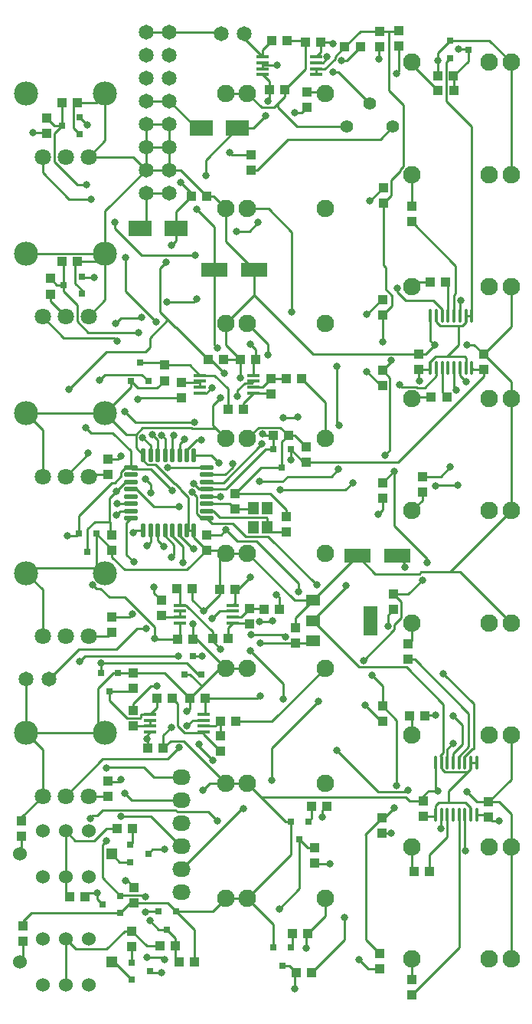
<source format=gtl>
G04 #@! TF.GenerationSoftware,KiCad,Pcbnew,(6.0.5-0)*
G04 #@! TF.CreationDate,2022-05-16T13:08:36-07:00*
G04 #@! TF.ProjectId,SCMplus,53434d70-6c75-4732-9e6b-696361645f70,rev?*
G04 #@! TF.SameCoordinates,PX85b6780PY82ed558*
G04 #@! TF.FileFunction,Copper,L1,Top*
G04 #@! TF.FilePolarity,Positive*
%FSLAX46Y46*%
G04 Gerber Fmt 4.6, Leading zero omitted, Abs format (unit mm)*
G04 Created by KiCad (PCBNEW (6.0.5-0)) date 2022-05-16 13:08:36*
%MOMM*%
%LPD*%
G01*
G04 APERTURE LIST*
G04 Aperture macros list*
%AMRoundRect*
0 Rectangle with rounded corners*
0 $1 Rounding radius*
0 $2 $3 $4 $5 $6 $7 $8 $9 X,Y pos of 4 corners*
0 Add a 4 corners polygon primitive as box body*
4,1,4,$2,$3,$4,$5,$6,$7,$8,$9,$2,$3,0*
0 Add four circle primitives for the rounded corners*
1,1,$1+$1,$2,$3*
1,1,$1+$1,$4,$5*
1,1,$1+$1,$6,$7*
1,1,$1+$1,$8,$9*
0 Add four rect primitives between the rounded corners*
20,1,$1+$1,$2,$3,$4,$5,0*
20,1,$1+$1,$4,$5,$6,$7,0*
20,1,$1+$1,$6,$7,$8,$9,0*
20,1,$1+$1,$8,$9,$2,$3,0*%
G04 Aperture macros list end*
G04 #@! TA.AperFunction,SMDPad,CuDef*
%ADD10R,1.500000X1.200000*%
G04 #@! TD*
G04 #@! TA.AperFunction,SMDPad,CuDef*
%ADD11R,1.500000X3.300000*%
G04 #@! TD*
G04 #@! TA.AperFunction,SMDPad,CuDef*
%ADD12R,1.000000X1.000000*%
G04 #@! TD*
G04 #@! TA.AperFunction,ComponentPad*
%ADD13C,1.651000*%
G04 #@! TD*
G04 #@! TA.AperFunction,SMDPad,CuDef*
%ADD14R,1.150000X1.400000*%
G04 #@! TD*
G04 #@! TA.AperFunction,SMDPad,CuDef*
%ADD15R,1.450000X0.450000*%
G04 #@! TD*
G04 #@! TA.AperFunction,SMDPad,CuDef*
%ADD16R,0.800100X0.800100*%
G04 #@! TD*
G04 #@! TA.AperFunction,SMDPad,CuDef*
%ADD17R,2.499360X1.800860*%
G04 #@! TD*
G04 #@! TA.AperFunction,SMDPad,CuDef*
%ADD18RoundRect,0.100000X-0.100000X0.637500X-0.100000X-0.637500X0.100000X-0.637500X0.100000X0.637500X0*%
G04 #@! TD*
G04 #@! TA.AperFunction,SMDPad,CuDef*
%ADD19R,3.000000X1.600000*%
G04 #@! TD*
G04 #@! TA.AperFunction,ComponentPad*
%ADD20C,1.397000*%
G04 #@! TD*
G04 #@! TA.AperFunction,ComponentPad*
%ADD21O,2.032000X1.727200*%
G04 #@! TD*
G04 #@! TA.AperFunction,SMDPad,CuDef*
%ADD22RoundRect,0.125000X0.625000X0.125000X-0.625000X0.125000X-0.625000X-0.125000X0.625000X-0.125000X0*%
G04 #@! TD*
G04 #@! TA.AperFunction,SMDPad,CuDef*
%ADD23RoundRect,0.125000X0.125000X0.625000X-0.125000X0.625000X-0.125000X-0.625000X0.125000X-0.625000X0*%
G04 #@! TD*
G04 #@! TA.AperFunction,ComponentPad*
%ADD24C,1.930400*%
G04 #@! TD*
G04 #@! TA.AperFunction,ComponentPad*
%ADD25C,1.524000*%
G04 #@! TD*
G04 #@! TA.AperFunction,ComponentPad*
%ADD26R,1.270000X1.270000*%
G04 #@! TD*
G04 #@! TA.AperFunction,ComponentPad*
%ADD27C,1.803400*%
G04 #@! TD*
G04 #@! TA.AperFunction,ComponentPad*
%ADD28C,2.667000*%
G04 #@! TD*
G04 #@! TA.AperFunction,ViaPad*
%ADD29C,0.800000*%
G04 #@! TD*
G04 #@! TA.AperFunction,Conductor*
%ADD30C,0.250000*%
G04 #@! TD*
G04 APERTURE END LIST*
D10*
X-86238000Y55207000D03*
X-86238000Y52907000D03*
D11*
X-79838000Y52907000D03*
D10*
X-86238000Y50707000D03*
D12*
X-78538000Y80597000D03*
X-78538000Y78897000D03*
X-86980840Y70448960D03*
X-86980840Y72148960D03*
X-97998000Y62437000D03*
X-97998000Y60737000D03*
D13*
X-115457448Y46501280D03*
X-117997448Y46501280D03*
X-104658000Y117977000D03*
X-102118000Y117977000D03*
X-104658000Y115437000D03*
X-102118000Y115437000D03*
X-104658000Y112897000D03*
X-102118000Y112897000D03*
X-104658000Y110357000D03*
X-102118000Y110357000D03*
X-104658000Y107817000D03*
X-102118000Y107817000D03*
X-104658000Y105277000D03*
X-102118000Y105277000D03*
X-104658000Y102737000D03*
X-102118000Y102737000D03*
X-104658000Y100197000D03*
X-102118000Y100197000D03*
D12*
X-74038000Y31307000D03*
X-74038000Y33007000D03*
D14*
X-92803536Y65385352D03*
X-91303536Y63285352D03*
X-92803536Y63285352D03*
X-91303536Y65385352D03*
D12*
X-71538000Y90377000D03*
X-73238000Y90377000D03*
D15*
X-98358000Y40642000D03*
X-98358000Y41292000D03*
X-98358000Y41942000D03*
X-98358000Y42592000D03*
X-104258000Y42592000D03*
X-104258000Y41942000D03*
X-104258000Y41292000D03*
X-104258000Y40642000D03*
D12*
X-75328000Y11587000D03*
X-75328000Y13287000D03*
X-115298000Y89037000D03*
X-115298000Y90737000D03*
X-93098000Y104407000D03*
X-93098000Y102707000D03*
X-89216864Y62776184D03*
X-89216864Y64476184D03*
X-101418000Y16997000D03*
X-103118000Y16997000D03*
X-103018000Y53517000D03*
X-103018000Y55217000D03*
X-73838000Y42437000D03*
X-75538000Y42437000D03*
X-108518000Y51627000D03*
X-108518000Y53327000D03*
D16*
X-111807240Y89067000D03*
X-111807240Y90967000D03*
X-113806220Y90017000D03*
D12*
X-95628000Y50967000D03*
X-97328000Y50967000D03*
D16*
X-88678000Y16827760D03*
X-90578000Y16827760D03*
X-89628000Y14828780D03*
D12*
X-78468000Y99087000D03*
X-78468000Y100787000D03*
D16*
X-86758000Y30757760D03*
X-88658000Y30757760D03*
X-87708000Y28758780D03*
X-101408000Y20847760D03*
X-103308000Y20847760D03*
X-102358000Y18848780D03*
D12*
X-106108000Y45437000D03*
X-106108000Y47137000D03*
D16*
X-88708000Y71857760D03*
X-90608000Y71857760D03*
X-89658000Y69858780D03*
D12*
X-75698000Y48657000D03*
X-75698000Y50357000D03*
D17*
X-105356980Y96267000D03*
X-101359020Y96267000D03*
D12*
X-78838000Y16187000D03*
X-78838000Y14487000D03*
X-96558000Y56427000D03*
X-94858000Y56427000D03*
X-93228000Y54267000D03*
X-93228000Y52567000D03*
X-99668000Y99817000D03*
X-97968000Y99817000D03*
X-85368000Y116887000D03*
X-87068000Y116887000D03*
X-78488000Y86727000D03*
X-78488000Y88427000D03*
X-88518000Y18377000D03*
X-86818000Y18377000D03*
X-113968000Y92667000D03*
X-112268000Y92667000D03*
X-96458000Y40197000D03*
X-96458000Y38497000D03*
X-111468000Y22457000D03*
X-113168000Y22457000D03*
X-86048000Y27837000D03*
X-86048000Y26137000D03*
D16*
X-107517240Y20667000D03*
X-107517240Y22567000D03*
X-109516220Y21617000D03*
D18*
X-68123000Y37269500D03*
X-68773000Y37269500D03*
X-69423000Y37269500D03*
X-70073000Y37269500D03*
X-70723000Y37269500D03*
X-71373000Y37269500D03*
X-72023000Y37269500D03*
X-72673000Y37269500D03*
X-72673000Y31544500D03*
X-72023000Y31544500D03*
X-71373000Y31544500D03*
X-70723000Y31544500D03*
X-70073000Y31544500D03*
X-69423000Y31544500D03*
X-68773000Y31544500D03*
X-68123000Y31544500D03*
D12*
X-66788000Y31247000D03*
X-66788000Y32947000D03*
X-74128000Y68867000D03*
X-74128000Y67167000D03*
X-90653288Y73415288D03*
X-88953288Y73415288D03*
X-94860744Y65296880D03*
X-94860744Y66996880D03*
X-99597000Y56494000D03*
X-101297000Y56494000D03*
X-113968000Y110197000D03*
X-112268000Y110197000D03*
X-74518000Y82377000D03*
X-74518000Y80677000D03*
X-100818000Y77597000D03*
X-100818000Y79297000D03*
X-95638000Y76327000D03*
X-93938000Y76327000D03*
D19*
X-76908000Y60097000D03*
X-81308000Y60097000D03*
D12*
X-89198000Y79667000D03*
X-87498000Y79667000D03*
X-82708000Y116327000D03*
X-81008000Y116327000D03*
D20*
X-82468000Y107537000D03*
X-79928000Y110077000D03*
X-77388000Y107537000D03*
D21*
X-100748000Y35687000D03*
X-100748000Y33147000D03*
X-100748000Y30607000D03*
X-100748000Y28067000D03*
X-100748000Y25527000D03*
X-100748000Y22987000D03*
D12*
X-106268000Y16977000D03*
X-106268000Y18677000D03*
X-86368000Y32467000D03*
X-84668000Y32467000D03*
X-67358000Y80687000D03*
X-67358000Y82387000D03*
X-86898000Y111327000D03*
X-86898000Y109627000D03*
X-106128000Y41297000D03*
X-106128000Y42997000D03*
D15*
X-85888000Y113262000D03*
X-85888000Y113912000D03*
X-85888000Y114562000D03*
X-85888000Y115212000D03*
X-91788000Y115212000D03*
X-91788000Y114562000D03*
X-91788000Y113912000D03*
X-91788000Y113262000D03*
D12*
X-76748000Y118157000D03*
X-76748000Y116457000D03*
X-88158000Y50457000D03*
X-88158000Y52157000D03*
D15*
X-95078000Y52702000D03*
X-95078000Y53352000D03*
X-95078000Y54002000D03*
X-95078000Y54652000D03*
X-100978000Y54652000D03*
X-100978000Y54002000D03*
X-100978000Y53352000D03*
X-100978000Y52702000D03*
D16*
X-112017240Y106657000D03*
X-112017240Y108557000D03*
X-114016220Y107607000D03*
D12*
X-77288000Y55867000D03*
X-77288000Y54167000D03*
X-78498000Y68207000D03*
X-78498000Y66507000D03*
D16*
X-106428760Y28167000D03*
X-106428760Y26267000D03*
X-104429780Y27217000D03*
D12*
X-101768000Y44337000D03*
X-103468000Y44337000D03*
X-73368000Y25237000D03*
X-75068000Y25237000D03*
X-118438000Y30827000D03*
X-118438000Y29127000D03*
X-90788000Y116987000D03*
X-89088000Y116987000D03*
X-96108000Y81817000D03*
X-97808000Y81817000D03*
X-78558000Y31187000D03*
X-78558000Y29487000D03*
D17*
X-94573060Y107344440D03*
X-98571020Y107344440D03*
D19*
X-97118000Y91667000D03*
X-92718000Y91667000D03*
D16*
X-105381000Y81420220D03*
X-104431000Y79421240D03*
X-106331000Y79421240D03*
D12*
X-98188000Y44367000D03*
X-99888000Y44367000D03*
X-115678000Y108487000D03*
X-115678000Y106787000D03*
X-78518000Y43527000D03*
X-78518000Y41827000D03*
X-118298000Y19227000D03*
X-118298000Y17527000D03*
X-104478000Y38877000D03*
X-102778000Y38877000D03*
X-108898000Y69067000D03*
X-108898000Y70767000D03*
X-105998000Y23467000D03*
X-105998000Y21767000D03*
D15*
X-98728978Y78087000D03*
X-98728978Y78737000D03*
X-98728978Y79387000D03*
X-98728978Y80037000D03*
X-92828978Y80037000D03*
X-92828978Y79387000D03*
X-92828978Y78737000D03*
X-92828978Y78087000D03*
D12*
X-90878978Y77972000D03*
X-90878978Y79672000D03*
X-102678000Y79470000D03*
X-102678000Y81170000D03*
D16*
X-71068760Y116997000D03*
X-71068760Y115097000D03*
X-69069780Y116047000D03*
D12*
X-94288978Y81802000D03*
X-92588978Y81802000D03*
X-88058000Y14047000D03*
X-86358000Y14047000D03*
X-71438000Y77677000D03*
X-73138000Y77677000D03*
D13*
X-93838000Y117787000D03*
X-96378000Y117787000D03*
D16*
X-110208000Y62577760D03*
X-112108000Y62577760D03*
X-111158000Y60578780D03*
D12*
X-94798000Y41827000D03*
X-96498000Y41827000D03*
D16*
X-107798000Y47147760D03*
X-109698000Y47147760D03*
X-108748000Y45148780D03*
D12*
X-72378000Y111517000D03*
X-70678000Y111517000D03*
X-75328000Y97007000D03*
X-75328000Y98707000D03*
X-108458000Y62447000D03*
X-108458000Y60747000D03*
X-101068000Y15227000D03*
X-99368000Y15227000D03*
X-89938000Y54237000D03*
X-91638000Y54237000D03*
D22*
X-98013000Y64267000D03*
X-98013000Y65067000D03*
X-98013000Y65867000D03*
X-98013000Y66667000D03*
X-98013000Y67467000D03*
X-98013000Y68267000D03*
X-98013000Y69067000D03*
X-98013000Y69867000D03*
D23*
X-99388000Y71242000D03*
X-100188000Y71242000D03*
X-100988000Y71242000D03*
X-101788000Y71242000D03*
X-102588000Y71242000D03*
X-103388000Y71242000D03*
X-104188000Y71242000D03*
X-104988000Y71242000D03*
D22*
X-106363000Y69867000D03*
X-106363000Y69067000D03*
X-106363000Y68267000D03*
X-106363000Y67467000D03*
X-106363000Y66667000D03*
X-106363000Y65867000D03*
X-106363000Y65067000D03*
X-106363000Y64267000D03*
D23*
X-104988000Y62892000D03*
X-104188000Y62892000D03*
X-103388000Y62892000D03*
X-102588000Y62892000D03*
X-101788000Y62892000D03*
X-100988000Y62892000D03*
X-100188000Y62892000D03*
X-99388000Y62892000D03*
D12*
X-106218000Y29957000D03*
X-107918000Y29957000D03*
X-101188000Y50927000D03*
X-99488000Y50927000D03*
X-70688000Y113157000D03*
X-72388000Y113157000D03*
D18*
X-68673000Y86619500D03*
X-69323000Y86619500D03*
X-69973000Y86619500D03*
X-70623000Y86619500D03*
X-71273000Y86619500D03*
X-71923000Y86619500D03*
X-72573000Y86619500D03*
X-73223000Y86619500D03*
X-73223000Y80894500D03*
X-72573000Y80894500D03*
X-71923000Y80894500D03*
X-71273000Y80894500D03*
X-70623000Y80894500D03*
X-69973000Y80894500D03*
X-69323000Y80894500D03*
X-68673000Y80894500D03*
D12*
X-91053752Y111567952D03*
X-89353752Y111567952D03*
D16*
X-100442000Y47007240D03*
X-98542000Y47007240D03*
X-99492000Y49006220D03*
D12*
X-78888000Y118047000D03*
X-78888000Y116347000D03*
D16*
X-106278760Y15187000D03*
X-106278760Y13287000D03*
X-104279780Y14237000D03*
D12*
X-108928000Y33527000D03*
X-108928000Y35227000D03*
D24*
X-75297000Y102236500D03*
X-64324200Y102236500D03*
X-66737200Y102236500D03*
D25*
X-111060200Y24614100D03*
X-113600200Y24614100D03*
X-116140200Y24614100D03*
X-111060200Y29694100D03*
X-113600200Y29694100D03*
X-116140200Y29694100D03*
D26*
X-108520200Y27154100D03*
D25*
X-118680200Y27154100D03*
D24*
X-84898200Y111177300D03*
X-95871000Y111177300D03*
X-93458000Y111177300D03*
X-84898200Y85777300D03*
X-95871000Y85777300D03*
X-93458000Y85777300D03*
D27*
X-111060363Y68859057D03*
X-113600363Y68859057D03*
X-116140363Y68859057D03*
D28*
X-109206163Y75869457D03*
X-117994563Y75869457D03*
D24*
X-75297000Y89854000D03*
X-64324200Y89854000D03*
X-66737200Y89854000D03*
X-75297000Y77471500D03*
X-64324200Y77471500D03*
X-66737200Y77471500D03*
D27*
X-111060363Y86512057D03*
X-113600363Y86512057D03*
X-116140363Y86512057D03*
D28*
X-109206163Y93522457D03*
X-117994563Y93522457D03*
D27*
X-111060363Y33553057D03*
X-113600363Y33553057D03*
X-116140363Y33553057D03*
D28*
X-109206163Y40563457D03*
X-117994563Y40563457D03*
D24*
X-75297000Y15559000D03*
X-64324200Y15559000D03*
X-66737200Y15559000D03*
X-84898200Y47677300D03*
X-95871000Y47677300D03*
X-93458000Y47677300D03*
X-84898200Y22277300D03*
X-95871000Y22277300D03*
X-93458000Y22277300D03*
D25*
X-111060200Y12676100D03*
X-113600200Y12676100D03*
X-116140200Y12676100D03*
X-111060200Y17756100D03*
X-113600200Y17756100D03*
X-116140200Y17756100D03*
D26*
X-108520200Y15216100D03*
D25*
X-118680200Y15216100D03*
D24*
X-75297000Y114619000D03*
X-64324200Y114619000D03*
X-66737200Y114619000D03*
X-84898200Y60377300D03*
X-95871000Y60377300D03*
X-93458000Y60377300D03*
X-75297000Y27941500D03*
X-64324200Y27941500D03*
X-66737200Y27941500D03*
X-75297000Y52706500D03*
X-64324200Y52706500D03*
X-66737200Y52706500D03*
X-84898200Y73077300D03*
X-95871000Y73077300D03*
X-93458000Y73077300D03*
X-84898200Y34977300D03*
X-95871000Y34977300D03*
X-93458000Y34977300D03*
D27*
X-111060363Y51206057D03*
X-113600363Y51206057D03*
X-116140363Y51206057D03*
D28*
X-109206163Y58216457D03*
X-117994563Y58216457D03*
D27*
X-111060363Y104165057D03*
X-113600363Y104165057D03*
X-116140363Y104165057D03*
D28*
X-109206163Y111175457D03*
X-117994563Y111175457D03*
D24*
X-75297000Y40324000D03*
X-64324200Y40324000D03*
X-66737200Y40324000D03*
X-75297000Y65089000D03*
X-64324200Y65089000D03*
X-66737200Y65089000D03*
X-84898200Y98477300D03*
X-95871000Y98477300D03*
X-93458000Y98477300D03*
D29*
X-96439000Y49802000D03*
X-98519000Y49058000D03*
X-109875000Y79520000D03*
X-105491000Y84730000D03*
X-74144000Y57415000D03*
X-73641000Y59398000D03*
X-72398000Y34117000D03*
X-98358000Y53987000D03*
X-101913896Y41136300D03*
X-94255173Y79732105D03*
X-96428000Y77577000D03*
X-98428000Y34227000D03*
X-72388000Y114837000D03*
X-69208000Y34077000D03*
X-72778000Y83367000D03*
X-69238000Y83447000D03*
X-99518000Y52607000D03*
X-100180655Y42939521D03*
X-99248000Y93327000D03*
X-108138000Y96957000D03*
X-110808000Y99467000D03*
X-90248000Y55827000D03*
X-105218000Y86457000D03*
X-108048000Y85767000D03*
X-102418000Y88177000D03*
X-99118000Y88517000D03*
X-107858000Y83817000D03*
X-102638000Y15537000D03*
X-104618000Y15787000D03*
X-89958000Y21127000D03*
X-110855839Y31122500D03*
X-96798000Y30797000D03*
X-85158000Y31217000D03*
X-88228000Y12327000D03*
X-86988000Y16757000D03*
X-107918000Y65877000D03*
X-70108000Y116097000D03*
X-106998000Y24197000D03*
X-104628000Y61237000D03*
X-110068000Y22847000D03*
X-102938000Y73457000D03*
X-111258000Y101127000D03*
X-106978151Y93037151D03*
X-103578000Y85917000D03*
X-104028000Y73517000D03*
X-102729489Y61166234D03*
X-104292500Y19837000D03*
X-105081309Y73205200D03*
X-105565000Y77416000D03*
X-108008000Y67217000D03*
X-88238000Y109037000D03*
X-104748000Y68577000D03*
X-102288000Y69867000D03*
X-103794969Y56627000D03*
X-104198000Y67057000D03*
X-103453989Y45722500D03*
X-96598000Y70367000D03*
X-93118000Y57787000D03*
X-92088000Y44657000D03*
X-93178000Y83467000D03*
X-84378000Y26047000D03*
X-88638000Y70667000D03*
X-96790701Y83059701D03*
X-82728000Y20187000D03*
X-92088000Y50437000D03*
X-102958000Y14037000D03*
X-65678000Y30837000D03*
X-98078000Y102117000D03*
X-91228000Y110347000D03*
X-99088000Y98397000D03*
X-102678000Y27687000D03*
X-91428000Y108707000D03*
X-101888000Y94397000D03*
X-110619087Y56897312D03*
X-113248000Y78507000D03*
X-95998000Y80237000D03*
X-100838000Y101347000D03*
X-102478000Y92537000D03*
X-103738389Y51017389D03*
X-84018000Y116647000D03*
X-97418000Y78677000D03*
X-104562000Y39875000D03*
X-109629496Y48312500D03*
X-95448000Y104627000D03*
X-111347000Y74248000D03*
X-111188000Y107707000D03*
X-109068000Y36687000D03*
X-104764085Y20718257D03*
X-110448000Y90827000D03*
X-74461378Y79421500D03*
X-101757039Y67345492D03*
X-85818000Y56867000D03*
X-109068000Y28637000D03*
X-104742011Y22487000D03*
X-82598000Y56857000D03*
X-113358000Y62307000D03*
X-99558000Y67131500D03*
X-76038000Y58847000D03*
X-92308000Y96917000D03*
X-94658000Y95947000D03*
X-69848000Y88337000D03*
X-100478000Y73017000D03*
X-77238000Y32297000D03*
X-80608000Y48557000D03*
X-78278000Y71247000D03*
X-79708000Y46917000D03*
X-77588000Y81697000D03*
X-78508000Y83717000D03*
X-77248000Y69417000D03*
X-76948000Y34747000D03*
X-95095399Y70274200D03*
X-83628000Y81027000D03*
X-76868000Y89667000D03*
X-83388000Y69667000D03*
X-83328000Y74557000D03*
X-92158000Y68337000D03*
X-91878000Y72467000D03*
X-89528000Y75407000D03*
X-87888000Y75487000D03*
X-76608000Y79007000D03*
X-83628000Y38597000D03*
X-89528000Y44317000D03*
X-75698000Y34197000D03*
X-93168000Y49647000D03*
X-100648000Y59357000D03*
X-72098000Y30017000D03*
X-70393677Y78428226D03*
X-71058000Y69907000D03*
X-97349846Y37543283D03*
X-101880300Y59934700D03*
X-98818000Y39337000D03*
X-69328000Y27497000D03*
X-70698000Y42397000D03*
X-72678000Y42527000D03*
X-84052347Y113547333D03*
X-84660299Y115219299D03*
X-90208000Y114327000D03*
X-107433500Y71102774D03*
X-91805299Y73564299D03*
X-91178000Y82307000D03*
X-99447597Y68124886D03*
X-88558000Y87007000D03*
X-106198000Y53667000D03*
X-107477510Y35387000D03*
X-81108000Y15487000D03*
X-77558000Y29497000D03*
X-80458000Y43587000D03*
X-77938000Y52327000D03*
X-78978000Y64727000D03*
X-80258000Y80437000D03*
X-80278000Y86767000D03*
X-79951000Y99299000D03*
X-78898000Y114987000D03*
X-76998000Y113357000D03*
X-83078000Y114817000D03*
X-101608000Y73377000D03*
X-93928000Y32167000D03*
X-96468000Y66637000D03*
X-85658000Y44077000D03*
X-87828000Y56187000D03*
X-95838102Y62961500D03*
X-90828000Y35347000D03*
X-70198000Y67917000D03*
X-81818000Y68177000D03*
X-98578000Y72897000D03*
X-69308000Y79337000D03*
X-89828000Y67377000D03*
X-72658000Y67857000D03*
X-89238000Y51167000D03*
X-101034000Y65514000D03*
X-93032774Y51366372D03*
X-71798000Y47087000D03*
X-70748000Y39387000D03*
X-99408000Y60857000D03*
X-92128498Y52817000D03*
X-90678000Y52917000D03*
X-107988000Y64637000D03*
X-107484843Y31322500D03*
X-106088000Y62667000D03*
X-104693990Y52110987D03*
X-107028000Y33857000D03*
X-106066913Y59480512D03*
X-100148000Y41327000D03*
X-101038000Y38927000D03*
X-117178000Y106847000D03*
X-94568000Y77747000D03*
X-111100000Y71428000D03*
X-107038000Y76037000D03*
X-99308000Y74877000D03*
X-112038000Y48467000D03*
X-97378000Y53207000D03*
X-101083000Y49037000D03*
D30*
X-113600363Y68859057D02*
X-111100000Y71359420D01*
X-111100000Y71359420D02*
X-111100000Y71428000D01*
X-104258000Y42592000D02*
X-105233000Y42592000D01*
X-105233000Y42592000D02*
X-105238000Y42587000D01*
X-105238000Y42587000D02*
X-105238000Y42237978D01*
X-105238000Y42237978D02*
X-105328978Y42147000D01*
X-105328978Y42147000D02*
X-106781000Y42147000D01*
X-106781000Y42147000D02*
X-108748000Y44114000D01*
X-108748000Y44114000D02*
X-108748000Y45148780D01*
X-104478000Y39791000D02*
X-104562000Y39875000D01*
X-104478000Y38877000D02*
X-104478000Y39791000D01*
X-105777283Y67467000D02*
X-103824283Y65514000D01*
X-103824283Y65514000D02*
X-101034000Y65514000D01*
X-106363000Y67467000D02*
X-105777283Y67467000D01*
X-111468000Y49037000D02*
X-101083000Y49037000D01*
X-98542000Y47007240D02*
X-98911301Y47007240D01*
X-112038000Y48467000D02*
X-111468000Y49037000D01*
X-98911301Y47007240D02*
X-100216561Y48312500D01*
X-100216561Y48312500D02*
X-109629496Y48312500D01*
X-99597000Y56494000D02*
X-99597000Y55226000D01*
X-99597000Y55226000D02*
X-98358000Y53987000D01*
X-100978000Y54652000D02*
X-100978000Y56175000D01*
X-100978000Y56175000D02*
X-101297000Y56494000D01*
X-97328000Y50691000D02*
X-96439000Y49802000D01*
X-97328000Y50967000D02*
X-97328000Y50691000D01*
X-98519000Y49058000D02*
X-99440220Y49058000D01*
X-99440220Y49058000D02*
X-99492000Y49006220D01*
X-96577700Y47677300D02*
X-98527500Y45727500D01*
X-98527500Y45727500D02*
X-99888000Y44367000D01*
X-99807240Y47007240D02*
X-98527500Y45727500D01*
X-100442000Y47007240D02*
X-99807240Y47007240D01*
X-115457448Y46501280D02*
X-112135728Y49823000D01*
X-112135728Y49823000D02*
X-107947500Y49823000D01*
X-107947500Y49823000D02*
X-105659513Y52110987D01*
X-105659513Y52110987D02*
X-104693990Y52110987D01*
X-109206163Y75869457D02*
X-106331000Y78744620D01*
X-106331000Y78744620D02*
X-106331000Y79421240D01*
X-106331000Y79421240D02*
X-105606439Y78696679D01*
X-105606439Y78696679D02*
X-103451321Y78696679D01*
X-103451321Y78696679D02*
X-102678000Y79470000D01*
X-104431000Y79421240D02*
X-105155561Y80145801D01*
X-105155561Y80145801D02*
X-109249199Y80145801D01*
X-109249199Y80145801D02*
X-109875000Y79520000D01*
X-110796000Y73697000D02*
X-111347000Y74248000D01*
X-106363000Y69867000D02*
X-106363000Y71682000D01*
X-106363000Y71682000D02*
X-108378000Y73697000D01*
X-108378000Y73697000D02*
X-110796000Y73697000D01*
X-117994563Y75869457D02*
X-109206163Y75869457D01*
X-105381000Y81420220D02*
X-102928220Y81420220D01*
X-102928220Y81420220D02*
X-102678000Y81170000D01*
X-99868978Y81177000D02*
X-99875978Y81170000D01*
X-99875978Y81170000D02*
X-102678000Y81170000D01*
X-99868978Y81177000D02*
X-98728978Y80037000D01*
X-106352918Y84787000D02*
X-105548000Y84787000D01*
X-105548000Y84787000D02*
X-105491000Y84730000D01*
X-113248000Y78507000D02*
X-109082801Y82672199D01*
X-109082801Y82672199D02*
X-104756801Y82672199D01*
X-104756801Y82672199D02*
X-104265000Y83164000D01*
X-104265000Y83164000D02*
X-104265000Y84180000D01*
X-104265000Y84180000D02*
X-102273000Y86172000D01*
X-102273000Y86172000D02*
X-102378000Y86277000D01*
X-100818000Y77597000D02*
X-105384000Y77597000D01*
X-105384000Y77597000D02*
X-105565000Y77416000D01*
X-64324200Y65089000D02*
X-64324200Y77471500D01*
X-79333499Y58122499D02*
X-74461101Y58122499D01*
X-81308000Y60097000D02*
X-79333499Y58122499D01*
X-77288000Y55867000D02*
X-75692000Y55867000D01*
X-74461101Y58122499D02*
X-74252040Y58331560D01*
X-73641000Y59779022D02*
X-77248000Y63386022D01*
X-74252040Y58331560D02*
X-71829992Y58331560D01*
X-75692000Y55867000D02*
X-74144000Y57415000D01*
X-73641000Y59398000D02*
X-73641000Y59779022D01*
X-77248000Y64623000D02*
X-77248000Y69417000D01*
X-77248000Y63386022D02*
X-77248000Y64623000D01*
X-93098000Y102707000D02*
X-92408000Y102707000D01*
X-92408000Y102707000D02*
X-88978000Y106137000D01*
X-88978000Y106137000D02*
X-78788000Y106137000D01*
X-78788000Y106137000D02*
X-77388000Y107537000D01*
X-77858000Y118047000D02*
X-77858000Y111527000D01*
X-77858000Y111527000D02*
X-76219000Y109888000D01*
X-76219000Y109888000D02*
X-76219000Y103138428D01*
X-76219000Y103138428D02*
X-76586711Y102770717D01*
X-76586711Y102770717D02*
X-76586711Y102597311D01*
X-76586711Y102597311D02*
X-77608000Y101576022D01*
X-77608000Y101576022D02*
X-77608000Y99947000D01*
X-77608000Y99947000D02*
X-78468000Y99087000D01*
X-79951000Y99304000D02*
X-79951000Y99299000D01*
X-78468000Y100787000D02*
X-79951000Y99304000D01*
X-101408000Y20847760D02*
X-102322739Y21762499D01*
X-96558000Y55787000D02*
X-96558000Y56427000D01*
X-106086057Y104165057D02*
X-104658000Y102737000D01*
X-95871000Y94820000D02*
X-92718000Y91667000D01*
X-110008000Y45477000D02*
X-108337240Y47147760D01*
X-89238460Y30757760D02*
X-93458000Y34977300D01*
X-90578000Y16827760D02*
X-90578000Y19397300D01*
X-95871000Y60377300D02*
X-93458000Y60377300D01*
X-99488000Y52577000D02*
X-99518000Y52607000D01*
X-90542501Y109622499D02*
X-90108000Y110057000D01*
X-99697101Y74241501D02*
X-105074078Y74241501D01*
X-69208000Y34077000D02*
X-68078000Y32947000D01*
X-88658000Y27077300D02*
X-93458000Y22277300D01*
X-94303978Y81817000D02*
X-94288978Y81802000D01*
X-90108000Y110057000D02*
X-90108000Y109637000D01*
X-86198000Y55207000D02*
X-81308000Y60097000D01*
X-102322739Y21762499D02*
X-105993499Y21762499D01*
X-73223000Y86619500D02*
X-73223000Y83812000D01*
X-110184620Y110197000D02*
X-109206163Y111175457D01*
X-105993499Y21762499D02*
X-105998000Y21767000D01*
X-104658000Y107817000D02*
X-102118000Y107817000D01*
X-92718000Y88930300D02*
X-95871000Y85777300D01*
X-94860744Y66996880D02*
X-90991042Y66996880D01*
X-96558000Y59690300D02*
X-95871000Y60377300D01*
X-89353752Y110811248D02*
X-89353752Y111567952D01*
X-118298000Y19737000D02*
X-117368000Y20667000D01*
X-112268000Y110197000D02*
X-110184620Y110197000D01*
X-118298000Y19227000D02*
X-118298000Y19737000D01*
X-69949260Y58331560D02*
X-64324200Y52706500D01*
X-99488000Y50927000D02*
X-99120700Y50927000D01*
X-103615781Y70167480D02*
X-101518294Y68069993D01*
X-76008099Y33482499D02*
X-75532600Y33007000D01*
X-112531801Y92403199D02*
X-112268000Y92667000D01*
X-106417240Y21767000D02*
X-107517240Y20667000D01*
X-64324200Y31633200D02*
X-65638000Y32947000D01*
X-99120700Y50927000D02*
X-95871000Y47677300D01*
X-71068760Y116997000D02*
X-66702200Y116997000D01*
X-89826800Y74288800D02*
X-88953288Y73415288D01*
X-100888000Y102737000D02*
X-97968000Y99817000D01*
X-116140363Y51206057D02*
X-116140363Y56362257D01*
X-88953288Y73415288D02*
X-89658000Y72710576D01*
X-88658000Y30757760D02*
X-88658000Y27077300D01*
X-88658000Y30757760D02*
X-89238460Y30757760D01*
X-92246500Y74288800D02*
X-89826800Y74288800D01*
X-99368000Y18807760D02*
X-99368000Y15227000D01*
X-105805809Y72059809D02*
X-104988000Y71242000D01*
X-92718000Y91667000D02*
X-92718000Y88930300D01*
X-69238000Y83447000D02*
X-68418000Y83447000D01*
X-88158000Y53287000D02*
X-86238000Y55207000D01*
X-116140363Y68859057D02*
X-116140363Y74015257D01*
X-86238000Y55207000D02*
X-86198000Y55207000D01*
X-104658000Y102737000D02*
X-109206163Y98188837D01*
X-74518000Y82377000D02*
X-73768000Y82377000D01*
X-104658000Y102737000D02*
X-102118000Y102737000D01*
X-112268000Y92667000D02*
X-110061620Y92667000D01*
X-73458000Y34167000D02*
X-72448000Y34167000D01*
X-97998000Y60737000D02*
X-96230700Y60737000D01*
X-110208000Y59218294D02*
X-109206163Y58216457D01*
X-90108000Y110057000D02*
X-89353752Y110811248D01*
X-95871000Y98477300D02*
X-95871000Y94820000D01*
X-100188000Y62892000D02*
X-99388000Y62892000D01*
X-109206163Y106019257D02*
X-111060363Y104165057D01*
X-95871000Y73077300D02*
X-97270762Y74477062D01*
X-102778000Y40272196D02*
X-101913896Y41136300D01*
X-110008000Y41365294D02*
X-110008000Y45477000D01*
X-102118000Y105277000D02*
X-104658000Y105277000D01*
X-109206163Y93522457D02*
X-117994563Y93522457D01*
X-72673000Y34392000D02*
X-72673000Y37269500D01*
X-87068000Y116887000D02*
X-87068000Y113853704D01*
X-74562501Y82421501D02*
X-86209201Y82421501D01*
X-106846476Y73509770D02*
X-105805809Y73509770D01*
X-109206163Y40563457D02*
X-110008000Y41365294D01*
X-64324200Y35410800D02*
X-66788000Y32947000D01*
X-73223000Y83812000D02*
X-72778000Y83367000D01*
X-95871000Y22277300D02*
X-97300540Y20847760D01*
X-89088000Y116987000D02*
X-87168000Y116987000D01*
X-102118000Y107817000D02*
X-102118000Y105277000D01*
X-71081640Y58331560D02*
X-64324200Y65089000D01*
X-96946199Y74152499D02*
X-99608099Y74152499D01*
X-67358000Y82387000D02*
X-64324200Y79353200D01*
X-116140363Y38709257D02*
X-117994563Y40563457D01*
X-95871000Y73077300D02*
X-96946199Y74152499D01*
X-118438000Y31255420D02*
X-118438000Y30827000D01*
X-109206163Y111175457D02*
X-109206163Y106019257D01*
X-95871000Y34977300D02*
X-97677700Y34977300D01*
X-64324200Y79353200D02*
X-64324200Y77471500D01*
X-105074078Y74241501D02*
X-105805809Y73509770D01*
X-68418000Y83447000D02*
X-67358000Y82387000D01*
X-89658000Y69858780D02*
X-91998844Y69858780D01*
X-100053499Y63026501D02*
X-100188000Y62892000D01*
X-87068000Y113853704D02*
X-89353752Y111567952D01*
X-108458000Y60747000D02*
X-108458000Y60827760D01*
X-97300540Y20847760D02*
X-101408000Y20847760D01*
X-75532600Y33007000D02*
X-74038000Y33007000D01*
X-104499197Y70167480D02*
X-103615781Y70167480D01*
X-93458000Y111177300D02*
X-95871000Y111177300D01*
X-97210700Y99817000D02*
X-95871000Y98477300D01*
X-71829992Y58331560D02*
X-71081640Y58331560D01*
X-64324200Y89854000D02*
X-64324200Y85420800D01*
X-97677700Y34977300D02*
X-98428000Y34227000D01*
X-97270762Y74477062D02*
X-97270762Y76734238D01*
X-109206163Y75869457D02*
X-106846476Y73509770D01*
X-116140363Y33553057D02*
X-116140363Y38709257D01*
X-100887551Y67500604D02*
X-100887551Y67435675D01*
X-91998844Y69858780D02*
X-94860744Y66996880D01*
X-106108000Y47137000D02*
X-102658000Y47137000D01*
X-112741801Y107381561D02*
X-112741801Y109723199D01*
X-108458000Y59997000D02*
X-107043499Y58582499D01*
X-87168000Y116987000D02*
X-87068000Y116887000D01*
X-102118000Y102737000D02*
X-102118000Y105277000D01*
X-95871000Y47677300D02*
X-93458000Y47677300D01*
X-108337240Y47147760D02*
X-107798000Y47147760D01*
X-93458000Y34977300D02*
X-95871000Y34977300D01*
X-107798000Y47147760D02*
X-106118760Y47147760D01*
X-64324200Y27941500D02*
X-64324200Y31633200D01*
X-96108000Y81817000D02*
X-94303978Y81817000D01*
X-100887551Y67435675D02*
X-100053499Y66601623D01*
X-99388000Y62127000D02*
X-99388000Y62892000D01*
X-95871000Y83384022D02*
X-94288978Y81802000D01*
X-74518000Y82377000D02*
X-74562501Y82421501D01*
X-65638000Y32947000D02*
X-66788000Y32947000D01*
X-117474020Y58736992D02*
X-109726705Y58736992D01*
X-105805809Y73509770D02*
X-105805809Y72059809D01*
X-101518294Y68069993D02*
X-101456940Y68069993D01*
X-72398000Y34117000D02*
X-72673000Y34392000D01*
X-105998000Y21767000D02*
X-106417240Y21767000D01*
X-89216864Y65222702D02*
X-89216864Y64476184D01*
X-88953288Y73415288D02*
X-88247168Y73415288D01*
X-95871000Y47677300D02*
X-96577700Y47677300D01*
X-88247168Y73415288D02*
X-86980840Y72148960D01*
X-102658000Y47137000D02*
X-99888000Y44367000D01*
X-64324200Y114619000D02*
X-64324200Y102236500D01*
X-64324200Y40324000D02*
X-64324200Y35410800D01*
X-117997448Y40566342D02*
X-117994563Y40563457D01*
X-93458000Y73077300D02*
X-92246500Y74288800D01*
X-104658000Y105277000D02*
X-104658000Y102737000D01*
X-72388000Y115677760D02*
X-71068760Y116997000D01*
X-96230700Y60737000D02*
X-95871000Y60377300D01*
X-91903199Y109622499D02*
X-90542501Y109622499D01*
X-100545201Y39651501D02*
X-95871000Y34977300D01*
X-108458000Y60747000D02*
X-108458000Y59997000D01*
X-74038000Y33007000D02*
X-74038000Y33587000D01*
X-116140363Y33553057D02*
X-118438000Y31255420D01*
X-106118760Y47147760D02*
X-106108000Y47137000D01*
X-72388000Y113157000D02*
X-72388000Y114837000D01*
X-93458000Y22277300D02*
X-95871000Y22277300D01*
X-101408000Y20847760D02*
X-99368000Y18807760D01*
X-109206163Y98188837D02*
X-109206163Y93522457D01*
X-86209201Y82421501D02*
X-92718000Y88930300D01*
X-102003499Y39651501D02*
X-100545201Y39651501D01*
X-116140363Y74015257D02*
X-117994563Y75869457D01*
X-88287700Y55207000D02*
X-86238000Y55207000D01*
X-102118000Y102737000D02*
X-100888000Y102737000D01*
X-97998000Y60737000D02*
X-99388000Y62127000D01*
X-68078000Y32947000D02*
X-66788000Y32947000D01*
X-104988000Y70656283D02*
X-104499197Y70167480D01*
X-109206163Y93522457D02*
X-109206163Y88366257D01*
X-108458000Y60827760D02*
X-110208000Y62577760D01*
X-107043499Y58582499D02*
X-100152501Y58582499D01*
X-94288978Y81802000D02*
X-94288978Y79765910D01*
X-112531801Y90191703D02*
X-112531801Y92403199D01*
X-99888000Y44367000D02*
X-99888000Y43232176D01*
X-100152501Y58582499D02*
X-97998000Y60737000D01*
X-117997448Y46501280D02*
X-117997448Y40566342D01*
X-97968000Y99817000D02*
X-97210700Y99817000D01*
X-64324200Y85420800D02*
X-67358000Y82387000D01*
X-111807240Y89467142D02*
X-112531801Y90191703D01*
X-89658000Y72710576D02*
X-89658000Y69858780D01*
X-93458000Y111177300D02*
X-91903199Y109622499D01*
X-112017240Y106657000D02*
X-112741801Y107381561D01*
X-117368000Y20667000D02*
X-107517240Y20667000D01*
X-88008000Y107537000D02*
X-82468000Y107537000D01*
X-102778000Y38877000D02*
X-102003499Y39651501D01*
X-91963199Y33482499D02*
X-76008099Y33482499D01*
X-117994563Y40563457D02*
X-109206163Y40563457D01*
X-96558000Y56427000D02*
X-96558000Y59690300D01*
X-104658000Y105277000D02*
X-104658000Y107817000D01*
X-90108000Y109637000D02*
X-88008000Y107537000D01*
X-102778000Y38877000D02*
X-102778000Y40272196D01*
X-99888000Y43232176D02*
X-100180655Y42939521D01*
X-101456940Y68069993D02*
X-100887551Y67500604D01*
X-112741801Y109723199D02*
X-112268000Y110197000D01*
X-111060363Y104165057D02*
X-106086057Y104165057D01*
X-90578000Y19397300D02*
X-93458000Y22277300D01*
X-94288978Y79765910D02*
X-94255173Y79732105D01*
X-97270762Y76734238D02*
X-96428000Y77577000D01*
X-99488000Y50927000D02*
X-99488000Y52577000D01*
X-98358000Y53987000D02*
X-96558000Y55787000D01*
X-72448000Y34167000D02*
X-72398000Y34117000D01*
X-95871000Y85777300D02*
X-95871000Y83384022D01*
X-88158000Y52157000D02*
X-88158000Y53287000D01*
X-99608099Y74152499D02*
X-99697101Y74241501D01*
X-64324200Y27941500D02*
X-64324200Y15559000D01*
X-110061620Y92667000D02*
X-109206163Y93522457D01*
X-93458000Y60377300D02*
X-88287700Y55207000D01*
X-66702200Y116997000D02*
X-64324200Y114619000D01*
X-74038000Y33587000D02*
X-73458000Y34167000D01*
X-104988000Y71242000D02*
X-104988000Y70656283D01*
X-109206163Y88366257D02*
X-111060363Y86512057D01*
X-110208000Y62577760D02*
X-110208000Y59218294D01*
X-100053499Y66601623D02*
X-100053499Y63026501D01*
X-72388000Y114837000D02*
X-72388000Y115677760D01*
X-93458000Y34977300D02*
X-91963199Y33482499D01*
X-71829992Y58331560D02*
X-69949260Y58331560D01*
X-116140363Y56362257D02*
X-117994563Y58216457D01*
X-73768000Y82377000D02*
X-72778000Y83367000D01*
X-90991042Y66996880D02*
X-89216864Y65222702D01*
X-111807240Y89067000D02*
X-111807240Y89467142D01*
X-74128000Y66258000D02*
X-75297000Y65089000D01*
X-74128000Y67167000D02*
X-74128000Y66258000D01*
X-118438000Y29127000D02*
X-118438000Y27396300D01*
X-118438000Y27396300D02*
X-118680200Y27154100D01*
X-106428760Y26267000D02*
X-107633100Y26267000D01*
X-107633100Y26267000D02*
X-108520200Y27154100D01*
X-104588000Y16997000D02*
X-106268000Y18677000D01*
X-113600200Y17756100D02*
X-113600200Y12676100D01*
X-107018000Y18677000D02*
X-109038000Y16657000D01*
X-103118000Y16997000D02*
X-104588000Y16997000D01*
X-106268000Y18677000D02*
X-107018000Y18677000D01*
X-112501100Y16657000D02*
X-113600200Y17756100D01*
X-109038000Y16657000D02*
X-112501100Y16657000D01*
X-118298000Y17527000D02*
X-118298000Y15598300D01*
X-118298000Y15598300D02*
X-118680200Y15216100D01*
X-108207860Y15216100D02*
X-106278760Y13287000D01*
X-108520200Y15216100D02*
X-108207860Y15216100D01*
X-94798000Y41827000D02*
X-90748500Y41827000D01*
X-90748500Y41827000D02*
X-84898200Y47677300D01*
X-85047900Y111327000D02*
X-84898200Y111177300D01*
X-86898000Y111327000D02*
X-85047900Y111327000D01*
X-99248000Y93327000D02*
X-105216112Y93327000D01*
X-116140363Y102419363D02*
X-113188000Y99467000D01*
X-113188000Y99467000D02*
X-110808000Y99467000D01*
X-116140363Y104165057D02*
X-116140363Y102419363D01*
X-108138000Y96248888D02*
X-108138000Y96957000D01*
X-105216112Y93327000D02*
X-108138000Y96248888D01*
X-84898200Y77067200D02*
X-87498000Y79667000D01*
X-84898200Y73077300D02*
X-84898200Y77067200D01*
X-89938000Y55517000D02*
X-90248000Y55827000D01*
X-89938000Y54237000D02*
X-89938000Y55517000D01*
X-107428000Y86387000D02*
X-105308000Y86387000D01*
X-112848000Y84167000D02*
X-108208000Y84167000D01*
X-116140363Y86512057D02*
X-113795306Y84167000D01*
X-113795306Y84167000D02*
X-112848000Y84167000D01*
X-105288000Y86387000D02*
X-105218000Y86457000D01*
X-105308000Y86387000D02*
X-105288000Y86387000D01*
X-108048000Y85767000D02*
X-107428000Y86387000D01*
X-102418000Y88177000D02*
X-99458000Y88177000D01*
X-108208000Y84167000D02*
X-107858000Y83817000D01*
X-99458000Y88177000D02*
X-99118000Y88517000D01*
X-102888000Y15787000D02*
X-102638000Y15537000D01*
X-104618000Y15787000D02*
X-102888000Y15787000D01*
X-86048000Y27837000D02*
X-86786220Y27837000D01*
X-87708000Y27417000D02*
X-87708000Y28758780D01*
X-89958000Y21127000D02*
X-87708000Y23377000D01*
X-87708000Y23377000D02*
X-87708000Y27417000D01*
X-86786220Y27837000D02*
X-87708000Y28758780D01*
X-107918000Y29957000D02*
X-109048000Y29957000D01*
X-109048000Y29957000D02*
X-110397411Y28607589D01*
X-110397411Y28607589D02*
X-112513689Y28607589D01*
X-112513689Y28607589D02*
X-113600200Y29694100D01*
X-113600200Y24614100D02*
X-113600200Y22889200D01*
X-113600200Y29694100D02*
X-113600200Y24614100D01*
X-113600200Y22889200D02*
X-113168000Y22457000D01*
X-109458000Y32047000D02*
X-101480655Y32047000D01*
X-85158000Y31217000D02*
X-85158000Y31977000D01*
X-97808000Y31807000D02*
X-96798000Y30797000D01*
X-110580850Y31397489D02*
X-110107511Y31397489D01*
X-110107511Y31397489D02*
X-109458000Y32047000D01*
X-85158000Y31977000D02*
X-84668000Y32467000D01*
X-101240655Y31807000D02*
X-97808000Y31807000D01*
X-101480655Y32047000D02*
X-101240655Y31807000D01*
X-110855839Y31122500D02*
X-110580850Y31397489D01*
X-88228000Y13877000D02*
X-88058000Y14047000D01*
X-89628000Y14828780D02*
X-88839780Y14828780D01*
X-88839780Y14828780D02*
X-88058000Y14047000D01*
X-88228000Y12327000D02*
X-88228000Y13877000D01*
X-86988000Y16757000D02*
X-86988000Y18207000D01*
X-86988000Y18207000D02*
X-86818000Y18377000D01*
X-84898200Y22277300D02*
X-84898200Y20296800D01*
X-84898200Y20296800D02*
X-86818000Y18377000D01*
X-70108000Y116097000D02*
X-69119780Y116097000D01*
X-106363000Y65867000D02*
X-107908000Y65867000D01*
X-69069780Y114775220D02*
X-69069780Y116047000D01*
X-107908000Y65867000D02*
X-107918000Y65877000D01*
X-70688000Y113157000D02*
X-69069780Y114775220D01*
X-70678000Y111517000D02*
X-70678000Y113147000D01*
X-70678000Y113147000D02*
X-70688000Y113157000D01*
X-69119780Y116097000D02*
X-69069780Y116047000D01*
X-111078000Y22847000D02*
X-111468000Y22457000D01*
X-104188000Y62892000D02*
X-104188000Y61677000D01*
X-106728000Y24197000D02*
X-105998000Y23467000D01*
X-110068000Y22168780D02*
X-109516220Y21617000D01*
X-106998000Y24197000D02*
X-106728000Y24197000D01*
X-110068000Y22847000D02*
X-110068000Y22168780D01*
X-110068000Y22847000D02*
X-111078000Y22847000D01*
X-104188000Y61677000D02*
X-104628000Y61237000D01*
X-114826574Y103657143D02*
X-114826574Y106796646D01*
X-106978151Y93037151D02*
X-106978151Y89317151D01*
X-106978151Y89317151D02*
X-103578000Y85917000D01*
X-102588000Y73107000D02*
X-102938000Y73457000D01*
X-114016220Y107607000D02*
X-114798000Y107607000D01*
X-114826574Y106796646D02*
X-114016220Y107607000D01*
X-114798000Y107607000D02*
X-115678000Y108487000D01*
X-102588000Y71242000D02*
X-102588000Y73107000D01*
X-112296431Y101127000D02*
X-114826574Y103657143D01*
X-111258000Y101127000D02*
X-112296431Y101127000D01*
X-114016220Y107607000D02*
X-114016220Y110148780D01*
X-114016220Y110148780D02*
X-113968000Y110197000D01*
X-92892008Y65296880D02*
X-92803536Y65385352D01*
X-95430864Y65867000D02*
X-94860744Y65296880D01*
X-94860744Y65296880D02*
X-92892008Y65296880D01*
X-98013000Y65867000D02*
X-95430864Y65867000D01*
X-89216864Y62776184D02*
X-90794368Y62776184D01*
X-90794368Y62776184D02*
X-91303536Y63285352D01*
X-97232296Y65067000D02*
X-98013000Y65067000D01*
X-91303536Y64235352D02*
X-91415184Y64347000D01*
X-96512296Y64347000D02*
X-97232296Y65067000D01*
X-91415184Y64347000D02*
X-96512296Y64347000D01*
X-91303536Y63285352D02*
X-91303536Y64235352D01*
X-112286574Y86004143D02*
X-112286574Y87847304D01*
X-103388000Y72877000D02*
X-104028000Y73517000D01*
X-113806220Y89366950D02*
X-113806220Y90017000D01*
X-113806220Y90017000D02*
X-113806220Y92505220D01*
X-113806220Y90017000D02*
X-114578000Y90017000D01*
X-103388000Y71242000D02*
X-103388000Y72877000D01*
X-112286574Y87847304D02*
X-113806220Y89366950D01*
X-111069431Y84787000D02*
X-112286574Y86004143D01*
X-113806220Y92505220D02*
X-113968000Y92667000D01*
X-106352918Y84787000D02*
X-111069431Y84787000D01*
X-114578000Y90017000D02*
X-115298000Y90737000D01*
X-102358000Y18848780D02*
X-103304280Y18848780D01*
X-101418000Y16997000D02*
X-101418000Y15577000D01*
X-101418000Y15577000D02*
X-101068000Y15227000D01*
X-103388000Y62892000D02*
X-103388000Y61824745D01*
X-103304280Y18848780D02*
X-104292500Y19837000D01*
X-103388000Y61824745D02*
X-102729489Y61166234D01*
X-101418000Y17908780D02*
X-102358000Y18848780D01*
X-101418000Y16997000D02*
X-101418000Y17908780D01*
X-104188000Y71242000D02*
X-104188000Y72311891D01*
X-104188000Y72311891D02*
X-105081309Y73205200D01*
X-108712501Y66503215D02*
X-107988358Y67227358D01*
X-108712501Y63931501D02*
X-108712501Y66503215D01*
X-108458000Y62447000D02*
X-108642501Y62631501D01*
X-108642501Y62631501D02*
X-108642501Y63861501D01*
X-88238000Y109037000D02*
X-87488000Y109037000D01*
X-108642501Y63861501D02*
X-108712501Y63931501D01*
X-107988358Y67227358D02*
X-106948717Y68267000D01*
X-110373381Y63861501D02*
X-108642501Y63861501D01*
X-107997642Y67227358D02*
X-108008000Y67217000D01*
X-107988358Y67227358D02*
X-107997642Y67227358D01*
X-106948717Y68267000D02*
X-106363000Y68267000D01*
X-111158000Y60578780D02*
X-111158000Y63076882D01*
X-87488000Y109037000D02*
X-86898000Y109627000D01*
X-111158000Y63076882D02*
X-110373381Y63861501D01*
X-104198000Y68027000D02*
X-104198000Y67057000D01*
X-104748000Y68577000D02*
X-104198000Y68027000D01*
X-103794969Y55993969D02*
X-103794969Y56627000D01*
X-103018000Y55217000D02*
X-103794969Y55993969D01*
X-98013000Y69867000D02*
X-102288000Y69867000D01*
X-104152500Y45722500D02*
X-103453989Y45722500D01*
X-97473000Y71242000D02*
X-96598000Y70367000D01*
X-106128000Y42997000D02*
X-106128000Y43747000D01*
X-99388000Y71242000D02*
X-97473000Y71242000D01*
X-106128000Y43747000D02*
X-104152500Y45722500D01*
X-91053752Y110521248D02*
X-91228000Y110347000D01*
X-67358000Y80687000D02*
X-68465500Y80687000D01*
X-76846040Y70448960D02*
X-86980840Y70448960D01*
X-91428000Y108707000D02*
X-92790560Y107344440D01*
X-88708000Y70737000D02*
X-88638000Y70667000D01*
X-94858000Y54872000D02*
X-95078000Y54652000D01*
X-92828978Y81562000D02*
X-92588978Y81802000D01*
X-94478000Y56427000D02*
X-93118000Y57787000D01*
X-104079780Y14037000D02*
X-104279780Y14237000D01*
X-92790560Y107344440D02*
X-94573060Y107344440D01*
X-92378000Y44367000D02*
X-92088000Y44657000D01*
X-67358000Y80687000D02*
X-67358000Y79937000D01*
X-98188000Y44367000D02*
X-92378000Y44367000D01*
X-102958000Y14037000D02*
X-104079780Y14037000D01*
X-85958000Y26047000D02*
X-86048000Y26137000D01*
X-84378000Y26047000D02*
X-85958000Y26047000D01*
X-92588978Y82877978D02*
X-93178000Y83467000D01*
X-94858000Y56427000D02*
X-94478000Y56427000D01*
X-88708000Y71857760D02*
X-88708000Y70737000D01*
X-88178000Y50437000D02*
X-92088000Y50437000D01*
X-91053752Y111567952D02*
X-91053752Y112527752D01*
X-68465500Y80687000D02*
X-68673000Y80894500D01*
X-97118000Y91667000D02*
X-97118000Y96427000D01*
X-91053752Y112527752D02*
X-91788000Y113262000D01*
X-86488000Y50457000D02*
X-86238000Y50707000D01*
X-97160711Y91624289D02*
X-97160711Y83429711D01*
X-65678000Y30837000D02*
X-66378000Y30837000D01*
X-92828978Y80037000D02*
X-92828978Y81562000D01*
X-68123000Y31544500D02*
X-67085500Y31544500D01*
X-88158000Y50457000D02*
X-86488000Y50457000D01*
X-66378000Y30837000D02*
X-66788000Y31247000D01*
X-97160711Y83429711D02*
X-96790701Y83059701D01*
X-103959780Y27687000D02*
X-104429780Y27217000D01*
X-91053752Y111567952D02*
X-91053752Y110521248D01*
X-97118000Y96427000D02*
X-99088000Y98397000D01*
X-102678000Y27687000D02*
X-103959780Y27687000D01*
X-98078000Y103839500D02*
X-98078000Y102117000D01*
X-86358000Y14047000D02*
X-82728000Y17677000D01*
X-98188000Y42762000D02*
X-98358000Y42592000D01*
X-94573060Y107344440D02*
X-98078000Y103839500D01*
X-86980840Y70448960D02*
X-87299200Y70448960D01*
X-92588978Y81802000D02*
X-92588978Y82877978D01*
X-87299200Y70448960D02*
X-88708000Y71857760D01*
X-88158000Y50457000D02*
X-88178000Y50437000D01*
X-67085500Y31544500D02*
X-66788000Y31247000D01*
X-98188000Y44367000D02*
X-98188000Y42762000D01*
X-67358000Y79937000D02*
X-76846040Y70448960D01*
X-94858000Y56427000D02*
X-94858000Y54872000D01*
X-82728000Y17677000D02*
X-82728000Y20187000D01*
X-100978000Y51137000D02*
X-101188000Y50927000D01*
X-99668000Y100177000D02*
X-100838000Y101347000D01*
X-103142501Y87041501D02*
X-102378000Y86277000D01*
X-109712561Y56491561D02*
X-108753499Y55532499D01*
X-98057022Y78037978D02*
X-98679956Y78037978D01*
X-101359020Y85368020D02*
X-97808000Y81817000D01*
X-101359020Y98125980D02*
X-101359020Y96267000D01*
X-98679956Y78037978D02*
X-98728978Y78087000D01*
X-102478000Y92537000D02*
X-103142501Y91872499D01*
X-100978000Y52702000D02*
X-100978000Y51137000D01*
X-104478000Y38877000D02*
X-104478000Y40422000D01*
X-85368000Y116887000D02*
X-85368000Y115732000D01*
X-110213336Y56491561D02*
X-109712561Y56491561D01*
X-84258000Y116887000D02*
X-84018000Y116647000D01*
X-99668000Y99817000D02*
X-99668000Y100177000D01*
X-110619087Y56897312D02*
X-110213336Y56491561D01*
X-103648000Y50927000D02*
X-103738389Y51017389D01*
X-104478000Y40422000D02*
X-104258000Y40642000D01*
X-97418000Y78677000D02*
X-98057022Y78037978D01*
X-85368000Y116887000D02*
X-84258000Y116887000D01*
X-101188000Y50927000D02*
X-103648000Y50927000D01*
X-108753499Y55532499D02*
X-107038899Y55532499D01*
X-101359020Y96267000D02*
X-101359020Y94925980D01*
X-107038899Y55532499D02*
X-103738389Y52231989D01*
X-97578000Y81817000D02*
X-95998000Y80237000D01*
X-101359020Y94925980D02*
X-101888000Y94397000D01*
X-102378000Y86277000D02*
X-101469020Y85368020D01*
X-101469020Y85368020D02*
X-101359020Y85368020D01*
X-103738389Y52231989D02*
X-103738389Y51017389D01*
X-99668000Y99817000D02*
X-101359020Y98125980D01*
X-97808000Y81817000D02*
X-97578000Y81817000D01*
X-85368000Y115732000D02*
X-85888000Y115212000D01*
X-103142501Y91872499D02*
X-103142501Y87041501D01*
X-99105440Y107344440D02*
X-102118000Y110357000D01*
X-98571020Y107344440D02*
X-99105440Y107344440D01*
X-102118000Y110357000D02*
X-104658000Y110357000D01*
X-72198841Y85557480D02*
X-70117520Y85557480D01*
X-93098000Y104407000D02*
X-95228000Y104407000D01*
X-85818000Y56867000D02*
X-91211841Y62260841D01*
X-107437520Y68897480D02*
X-107437520Y69378197D01*
X-72573000Y86619500D02*
X-72573000Y85931639D01*
X-71648361Y36207000D02*
X-69147639Y36207000D01*
X-70117520Y85557480D02*
X-70117520Y83397480D01*
X-69418000Y82097000D02*
X-69323000Y82002000D01*
X-69697159Y85557480D02*
X-69323000Y85931639D01*
X-104634582Y20847760D02*
X-104764085Y20718257D01*
X-72023000Y36581639D02*
X-71648361Y36207000D01*
X-74518000Y80677000D02*
X-73440500Y80677000D01*
X-86238000Y52997000D02*
X-82598000Y56637000D01*
X-71822511Y38382489D02*
X-72168000Y38037000D01*
X-91211841Y62260841D02*
X-93703047Y62260841D01*
X-111188000Y107727760D02*
X-112017240Y108557000D01*
X-73440500Y80677000D02*
X-73223000Y80894500D01*
X-103808000Y35687000D02*
X-104908000Y36787000D01*
X-75913489Y47832489D02*
X-71822511Y43741511D01*
X-84038000Y50707000D02*
X-81163489Y47832489D01*
X-95228000Y104407000D02*
X-95448000Y104627000D01*
X-108968000Y36787000D02*
X-109068000Y36687000D01*
X-99087520Y64755803D02*
X-99087520Y66661020D01*
X-73223000Y81582361D02*
X-72708361Y82097000D01*
X-68773000Y32232361D02*
X-69397639Y32857000D01*
X-107517240Y22567000D02*
X-107492729Y22591511D01*
X-72318000Y32857000D02*
X-72673000Y32502000D01*
X-72708361Y82097000D02*
X-71418000Y82097000D01*
X-76038000Y59227000D02*
X-76038000Y58847000D01*
X-97432001Y63686001D02*
X-98013000Y64267000D01*
X-104908000Y36787000D02*
X-108968000Y36787000D01*
X-74518000Y79478122D02*
X-74461378Y79421500D01*
X-93703047Y62260841D02*
X-95128207Y63686001D01*
X-72573000Y85931639D02*
X-72198841Y85557480D01*
X-69147639Y36207000D02*
X-68773000Y36581639D01*
X-81163489Y47832489D02*
X-75913489Y47832489D01*
X-71512511Y110351511D02*
X-71512511Y114653249D01*
X-98013000Y64267000D02*
X-98598717Y64267000D01*
X-112378760Y62307000D02*
X-112108000Y62577760D01*
X-69147639Y36207000D02*
X-71238000Y34116639D01*
X-103308000Y20847760D02*
X-104634582Y20847760D01*
X-70117520Y85557480D02*
X-69697159Y85557480D01*
X-69323000Y86619500D02*
X-68673000Y86619500D01*
X-107437520Y69378197D02*
X-106948717Y69867000D01*
X-107492729Y22591511D02*
X-104846522Y22591511D01*
X-72910500Y31307000D02*
X-72673000Y31544500D01*
X-70117520Y83397480D02*
X-71418000Y82097000D01*
X-73223000Y80894500D02*
X-73223000Y81582361D01*
X-76908000Y60097000D02*
X-76038000Y59227000D01*
X-106948717Y69867000D02*
X-106363000Y69867000D01*
X-109698000Y47147760D02*
X-109698000Y48243996D01*
X-108143499Y68191501D02*
X-107437520Y68897480D01*
X-106363000Y69867000D02*
X-106213969Y69717969D01*
X-71822511Y43741511D02*
X-71822511Y38382489D01*
X-71238000Y32857000D02*
X-72318000Y32857000D01*
X-71418000Y82097000D02*
X-69418000Y82097000D01*
X-71238000Y34116639D02*
X-71238000Y32857000D01*
X-109524178Y24573938D02*
X-109524178Y28180822D01*
X-68673000Y107512000D02*
X-71512511Y110351511D01*
X-86238000Y52907000D02*
X-86238000Y52997000D01*
X-104129516Y69717969D02*
X-101757039Y67345492D01*
X-108458099Y68191501D02*
X-108143499Y68191501D01*
X-68673000Y86619500D02*
X-68673000Y107512000D01*
X-86238000Y52907000D02*
X-84038000Y50707000D01*
X-110448000Y90827000D02*
X-111667240Y90827000D01*
X-69323000Y82002000D02*
X-69323000Y80894500D01*
X-69397639Y32857000D02*
X-71238000Y32857000D01*
X-104846522Y22591511D02*
X-104742011Y22487000D01*
X-112108000Y62577760D02*
X-112108000Y64541600D01*
X-109698000Y48243996D02*
X-109629496Y48312500D01*
X-99087520Y66661020D02*
X-99558000Y67131500D01*
X-68773000Y36581639D02*
X-68773000Y37269500D01*
X-72673000Y32502000D02*
X-72673000Y31544500D01*
X-74038000Y31307000D02*
X-72910500Y31307000D01*
X-74518000Y80677000D02*
X-74518000Y79478122D01*
X-68773000Y31544500D02*
X-68773000Y32232361D01*
X-109524178Y28180822D02*
X-109068000Y28637000D01*
X-82598000Y56637000D02*
X-82598000Y56857000D01*
X-95128207Y63686001D02*
X-97432001Y63686001D01*
X-98598717Y64267000D02*
X-99087520Y64755803D01*
X-106213969Y69717969D02*
X-104129516Y69717969D01*
X-113358000Y62307000D02*
X-112378760Y62307000D01*
X-112108000Y64541600D02*
X-108458099Y68191501D01*
X-107517240Y22567000D02*
X-109524178Y24573938D01*
X-72023000Y37269500D02*
X-72023000Y36581639D01*
X-69323000Y85931639D02*
X-69323000Y86619500D01*
X-68123000Y37269500D02*
X-68773000Y37269500D01*
X-100748000Y35687000D02*
X-103808000Y35687000D01*
X-111667240Y90827000D02*
X-111807240Y90967000D01*
X-71512511Y114653249D02*
X-71068760Y115097000D01*
X-111188000Y107707000D02*
X-111188000Y107727760D01*
X-69973000Y88212000D02*
X-69848000Y88337000D01*
X-69973000Y86619500D02*
X-69973000Y88212000D01*
X-100988000Y71242000D02*
X-100988000Y72507000D01*
X-93278000Y95947000D02*
X-92308000Y96917000D01*
X-94658000Y95947000D02*
X-93278000Y95947000D01*
X-100988000Y72507000D02*
X-100478000Y73017000D01*
X-76748000Y118157000D02*
X-76858000Y118047000D01*
X-78468000Y99087000D02*
X-78468000Y92237000D01*
X-76948000Y41957000D02*
X-78518000Y43527000D01*
X-77588000Y81547000D02*
X-78538000Y80597000D01*
X-79708000Y46917000D02*
X-78518000Y45727000D01*
X-78168000Y89567000D02*
X-77468000Y88867000D01*
X-77713489Y71811511D02*
X-78278000Y71247000D01*
X-76948000Y34747000D02*
X-76948000Y41957000D01*
X-80988000Y118047000D02*
X-78888000Y118047000D01*
X-80418000Y29327000D02*
X-78558000Y31187000D01*
X-83802501Y115232499D02*
X-82708000Y116327000D01*
X-76463489Y53281511D02*
X-77208000Y52537000D01*
X-77208000Y52537000D02*
X-77208000Y51957000D01*
X-85888000Y113262000D02*
X-85888000Y113912000D01*
X-85888000Y113912000D02*
X-84913000Y113912000D01*
X-77288000Y69417000D02*
X-78498000Y68207000D01*
X-78558000Y31187000D02*
X-78348000Y31187000D01*
X-77468000Y87747000D02*
X-78488000Y86727000D01*
X-78538000Y80597000D02*
X-77713489Y79772489D01*
X-78488000Y83737000D02*
X-78508000Y83717000D01*
X-77248000Y69417000D02*
X-77288000Y69417000D01*
X-84913000Y113912000D02*
X-83802501Y115022499D01*
X-80398000Y29367000D02*
X-80398000Y17747000D01*
X-78488000Y86727000D02*
X-78488000Y83737000D01*
X-78518000Y45727000D02*
X-78518000Y43527000D01*
X-77713489Y79772489D02*
X-77713489Y71811511D01*
X-82708000Y116327000D02*
X-80988000Y118047000D01*
X-76858000Y118047000D02*
X-77858000Y118047000D01*
X-80398000Y17747000D02*
X-78838000Y16187000D01*
X-78348000Y31187000D02*
X-77238000Y32297000D01*
X-76463489Y55042489D02*
X-76463489Y53281511D01*
X-83802501Y115022499D02*
X-83802501Y115232499D01*
X-77208000Y51957000D02*
X-80608000Y48557000D01*
X-77858000Y118047000D02*
X-78888000Y118047000D01*
X-78468000Y92237000D02*
X-78168000Y91937000D01*
X-78168000Y91937000D02*
X-78168000Y89567000D01*
X-77288000Y55867000D02*
X-76463489Y55042489D01*
X-77588000Y81697000D02*
X-77588000Y81547000D01*
X-77468000Y88867000D02*
X-77468000Y87747000D01*
X-84188000Y68867000D02*
X-83388000Y69667000D01*
X-95098000Y69882704D02*
X-95098000Y70271599D01*
X-71923000Y86619500D02*
X-71923000Y87307361D01*
X-72904928Y88289289D02*
X-75945126Y88289289D01*
X-92158000Y68337000D02*
X-89568000Y68337000D01*
X-75945126Y88289289D02*
X-76868000Y89212163D01*
X-76868000Y89212163D02*
X-76868000Y89667000D01*
X-89038000Y68867000D02*
X-84188000Y68867000D01*
X-89568000Y68337000D02*
X-89038000Y68867000D01*
X-83628000Y74857000D02*
X-83628000Y81027000D01*
X-83328000Y74557000D02*
X-83628000Y74857000D01*
X-95098000Y70271599D02*
X-95095399Y70274200D01*
X-98013000Y69067000D02*
X-95913704Y69067000D01*
X-71923000Y87307361D02*
X-72904928Y88289289D01*
X-95913704Y69067000D02*
X-95098000Y69882704D01*
X-70623000Y88902000D02*
X-70458000Y89067000D01*
X-70458000Y89067000D02*
X-70458000Y92137000D01*
X-70623000Y86619500D02*
X-70623000Y88902000D01*
X-70458000Y92137000D02*
X-75328000Y97007000D01*
X-72573000Y80894500D02*
X-72573000Y79982000D01*
X-73858000Y78697000D02*
X-74698572Y78697000D01*
X-98013000Y68267000D02*
X-97933000Y68187000D01*
X-96158000Y68187000D02*
X-91878000Y72467000D01*
X-89528000Y75407000D02*
X-87968000Y75407000D01*
X-97933000Y68187000D02*
X-96158000Y68187000D01*
X-76362211Y78761211D02*
X-76608000Y79007000D01*
X-74762783Y78761211D02*
X-76362211Y78761211D01*
X-74698572Y78697000D02*
X-74762783Y78761211D01*
X-72573000Y79982000D02*
X-73858000Y78697000D01*
X-87968000Y75407000D02*
X-87888000Y75487000D01*
X-71273000Y90112000D02*
X-71538000Y90377000D01*
X-71273000Y86619500D02*
X-71273000Y90112000D01*
X-71923000Y78162000D02*
X-71923000Y80894500D01*
X-71438000Y77677000D02*
X-71923000Y78162000D01*
X-72098000Y30017000D02*
X-72098000Y31469500D01*
X-89528000Y46007000D02*
X-89528000Y44317000D01*
X-101788000Y62892000D02*
X-101788000Y62306283D01*
X-93168000Y49647000D02*
X-89528000Y46007000D01*
X-72098000Y31469500D02*
X-72023000Y31544500D01*
X-100648000Y61166283D02*
X-100648000Y59357000D01*
X-75872501Y34022499D02*
X-79053499Y34022499D01*
X-75698000Y34197000D02*
X-75872501Y34022499D01*
X-79053499Y34022499D02*
X-83628000Y38597000D01*
X-101788000Y62306283D02*
X-100648000Y61166283D01*
X-71058000Y69907000D02*
X-72098000Y68867000D01*
X-70623000Y80894500D02*
X-70623000Y78657549D01*
X-70623000Y78657549D02*
X-70393677Y78428226D01*
X-72098000Y68867000D02*
X-74128000Y68867000D01*
X-102588000Y62892000D02*
X-102588000Y62306283D01*
X-98818000Y39337000D02*
X-98818000Y39011437D01*
X-98818000Y39011437D02*
X-97349846Y37543283D01*
X-69423000Y31544500D02*
X-69423000Y27592000D01*
X-69423000Y27592000D02*
X-69328000Y27497000D01*
X-102588000Y62306283D02*
X-101608000Y61326283D01*
X-101608000Y61326283D02*
X-101608000Y60207000D01*
X-101608000Y60207000D02*
X-101880300Y59934700D01*
X-68988000Y42717000D02*
X-74928000Y48657000D01*
X-70073000Y37269500D02*
X-70073000Y37957361D01*
X-74928000Y48657000D02*
X-75698000Y48657000D01*
X-70073000Y37957361D02*
X-68988000Y39042361D01*
X-68988000Y39042361D02*
X-68988000Y42717000D01*
X-70723000Y37269500D02*
X-70723000Y38272000D01*
X-72678000Y42527000D02*
X-73748000Y42527000D01*
X-73748000Y42527000D02*
X-73838000Y42437000D01*
X-69688000Y39307000D02*
X-69688000Y41387000D01*
X-70723000Y38272000D02*
X-69688000Y39307000D01*
X-69688000Y41387000D02*
X-70698000Y42397000D01*
X-71373000Y29062000D02*
X-71373000Y31544500D01*
X-73368000Y25237000D02*
X-73368000Y27067000D01*
X-73368000Y27067000D02*
X-71373000Y29062000D01*
X-85138978Y114562000D02*
X-84660299Y115040679D01*
X-84660299Y115040679D02*
X-84660299Y115219299D01*
X-83398333Y113547333D02*
X-84052347Y113547333D01*
X-85888000Y114562000D02*
X-85138978Y114562000D01*
X-79928000Y110077000D02*
X-83398333Y113547333D01*
X-94043000Y117582000D02*
X-93838000Y117787000D01*
X-91788000Y115987000D02*
X-90788000Y116987000D01*
X-91788000Y115212000D02*
X-91788000Y115987000D01*
X-91788000Y115212000D02*
X-94043000Y117467000D01*
X-94043000Y117467000D02*
X-94043000Y117582000D01*
X-91553000Y114327000D02*
X-91788000Y114562000D01*
X-91788000Y114562000D02*
X-91788000Y113912000D01*
X-90208000Y114327000D02*
X-91553000Y114327000D01*
X-95873400Y67467000D02*
X-98013000Y67467000D01*
X-106538000Y53327000D02*
X-106198000Y53667000D01*
X-91178000Y83497300D02*
X-93458000Y85777300D01*
X-98789711Y67467000D02*
X-99447597Y68124886D01*
X-91178000Y82307000D02*
X-91178000Y83497300D01*
X-91656288Y73415288D02*
X-91805299Y73564299D01*
X-108518000Y53327000D02*
X-106538000Y53327000D01*
X-90608000Y71857760D02*
X-91482640Y71857760D01*
X-107769274Y70767000D02*
X-107433500Y71102774D01*
X-107677510Y35187000D02*
X-107477510Y35387000D01*
X-108898000Y70767000D02*
X-107769274Y70767000D01*
X-108968000Y35187000D02*
X-107677510Y35187000D01*
X-90608000Y71857760D02*
X-90608000Y73370000D01*
X-91482640Y71857760D02*
X-95873400Y67467000D01*
X-90608000Y73370000D02*
X-90653288Y73415288D01*
X-88558000Y87007000D02*
X-88558000Y95887000D01*
X-98013000Y67467000D02*
X-98789711Y67467000D01*
X-88558000Y95887000D02*
X-91148300Y98477300D01*
X-91148300Y98477300D02*
X-93458000Y98477300D01*
X-90653288Y73415288D02*
X-91656288Y73415288D01*
X-75297000Y13318000D02*
X-75328000Y13287000D01*
X-75297000Y15559000D02*
X-75297000Y13318000D01*
X-75297000Y27941500D02*
X-75297000Y25466000D01*
X-75297000Y25466000D02*
X-75068000Y25237000D01*
X-75297000Y42196000D02*
X-75538000Y42437000D01*
X-75297000Y40324000D02*
X-75297000Y42196000D01*
X-75297000Y52706500D02*
X-75297000Y50758000D01*
X-75297000Y50758000D02*
X-75698000Y50357000D01*
X-73138000Y77677000D02*
X-75091500Y77677000D01*
X-75091500Y77677000D02*
X-75297000Y77471500D01*
X-73238000Y90377000D02*
X-74774000Y90377000D01*
X-74774000Y90377000D02*
X-75297000Y89854000D01*
X-75297000Y98738000D02*
X-75328000Y98707000D01*
X-75297000Y102236500D02*
X-75297000Y98738000D01*
X-95638000Y76327000D02*
X-95638000Y78577000D01*
X-97098000Y80037000D02*
X-98728978Y80037000D01*
X-95638000Y78577000D02*
X-97098000Y80037000D01*
X-97328000Y51751022D02*
X-100228978Y54652000D01*
X-97328000Y50967000D02*
X-97328000Y51751022D01*
X-100228978Y54652000D02*
X-100978000Y54652000D01*
X-106396220Y45148780D02*
X-106108000Y45437000D01*
X-103468000Y44337000D02*
X-103468000Y43382000D01*
X-103468000Y43382000D02*
X-104258000Y42592000D01*
X-108748000Y45148780D02*
X-106396220Y45148780D01*
X-81108000Y15487000D02*
X-80108000Y14487000D01*
X-80108000Y14487000D02*
X-78838000Y14487000D01*
X-78558000Y29487000D02*
X-77568000Y29487000D01*
X-77568000Y29487000D02*
X-77558000Y29497000D01*
X-78698000Y41827000D02*
X-80458000Y43587000D01*
X-78518000Y41827000D02*
X-78698000Y41827000D01*
X-77938000Y53517000D02*
X-77288000Y54167000D01*
X-77938000Y52327000D02*
X-77938000Y53517000D01*
X-78498000Y66507000D02*
X-78498000Y65207000D01*
X-78498000Y65207000D02*
X-78978000Y64727000D01*
X-78718000Y78897000D02*
X-80258000Y80437000D01*
X-78538000Y78897000D02*
X-78718000Y78897000D01*
X-78488000Y88427000D02*
X-78618000Y88427000D01*
X-78618000Y88427000D02*
X-80278000Y86767000D01*
X-78898000Y116337000D02*
X-78888000Y116347000D01*
X-78898000Y114987000D02*
X-78898000Y116337000D01*
X-76998000Y113357000D02*
X-76748000Y113607000D01*
X-76748000Y113607000D02*
X-76748000Y116457000D01*
X-83078000Y114817000D02*
X-82518000Y114817000D01*
X-82518000Y114817000D02*
X-81008000Y116327000D01*
X-106218000Y29957000D02*
X-106218000Y28377760D01*
X-106218000Y28377760D02*
X-106428760Y28167000D01*
X-86368000Y32467000D02*
X-86368000Y31147760D01*
X-86368000Y31147760D02*
X-86758000Y30757760D01*
X-106278760Y15187000D02*
X-106278760Y16966240D01*
X-106278760Y16966240D02*
X-106268000Y16977000D01*
X-88518000Y18377000D02*
X-88518000Y16987760D01*
X-88518000Y16987760D02*
X-88678000Y16827760D01*
X-101788000Y71242000D02*
X-101788000Y73197000D01*
X-101788000Y73197000D02*
X-101608000Y73377000D01*
X-87828000Y57057000D02*
X-87828000Y56187000D01*
X-93928000Y32167000D02*
X-94108000Y32167000D01*
X-95838102Y62961500D02*
X-94623602Y61747000D01*
X-90828000Y38907000D02*
X-90828000Y35347000D01*
X-85658000Y44077000D02*
X-90828000Y38907000D01*
X-96498000Y66667000D02*
X-96468000Y66637000D01*
X-94623602Y61747000D02*
X-92518000Y61747000D01*
X-92518000Y61747000D02*
X-87828000Y57057000D01*
X-96362602Y62437000D02*
X-95838102Y62961500D01*
X-98013000Y66667000D02*
X-96498000Y66667000D01*
X-97998000Y62437000D02*
X-96362602Y62437000D01*
X-94108000Y32167000D02*
X-100748000Y25527000D01*
X-70073000Y31544500D02*
X-70073000Y16842000D01*
X-70073000Y16842000D02*
X-75328000Y11587000D01*
X-104658000Y96965980D02*
X-105356980Y96267000D01*
X-104658000Y100197000D02*
X-104658000Y96965980D01*
X-102118000Y100197000D02*
X-104658000Y100197000D01*
X-75297000Y114436000D02*
X-75297000Y114619000D01*
X-72378000Y111517000D02*
X-75297000Y114436000D01*
X-100188000Y71242000D02*
X-100188000Y71827717D01*
X-100188000Y71827717D02*
X-99118717Y72897000D01*
X-69973000Y80002000D02*
X-69308000Y79337000D01*
X-69973000Y80894500D02*
X-69973000Y80002000D01*
X-70198000Y67917000D02*
X-72598000Y67917000D01*
X-89828000Y67377000D02*
X-82618000Y67377000D01*
X-99118717Y72897000D02*
X-98578000Y72897000D01*
X-72598000Y67917000D02*
X-72658000Y67857000D01*
X-82618000Y67377000D02*
X-81818000Y68177000D01*
X-89437372Y51366372D02*
X-89238000Y51167000D01*
X-69423000Y37957361D02*
X-68583361Y38797000D01*
X-68583361Y38797000D02*
X-68478000Y38797000D01*
X-68478000Y43767000D02*
X-71798000Y47087000D01*
X-68478000Y38797000D02*
X-68478000Y43767000D01*
X-69423000Y37269500D02*
X-69423000Y37957361D01*
X-93032774Y51366372D02*
X-89437372Y51366372D01*
X-90778000Y52817000D02*
X-90678000Y52917000D01*
X-99538717Y60857000D02*
X-99408000Y60857000D01*
X-71373000Y38762000D02*
X-71373000Y37269500D01*
X-100988000Y62892000D02*
X-100988000Y62306283D01*
X-100988000Y62306283D02*
X-99538717Y60857000D01*
X-70748000Y39387000D02*
X-71373000Y38762000D01*
X-92128498Y52817000D02*
X-90778000Y52817000D01*
X-100900400Y28067000D02*
X-104155900Y31322500D01*
X-106363000Y65067000D02*
X-107558000Y65067000D01*
X-104155900Y31322500D02*
X-107484843Y31322500D01*
X-100748000Y28067000D02*
X-100900400Y28067000D01*
X-107558000Y65067000D02*
X-107988000Y64637000D01*
X-102118000Y117977000D02*
X-96568000Y117977000D01*
X-96568000Y117977000D02*
X-96378000Y117787000D01*
X-104658000Y117977000D02*
X-102118000Y117977000D01*
X-105863000Y62892000D02*
X-106088000Y62667000D01*
X-104988000Y62892000D02*
X-105863000Y62892000D01*
X-106318000Y33147000D02*
X-100748000Y33147000D01*
X-106838000Y63792000D02*
X-106838000Y60251599D01*
X-107028000Y33857000D02*
X-106318000Y33147000D01*
X-106363000Y64267000D02*
X-106838000Y63792000D01*
X-106838000Y60251599D02*
X-106066913Y59480512D01*
X-109506420Y37647000D02*
X-102318000Y37647000D01*
X-113600363Y33553057D02*
X-109506420Y37647000D01*
X-102318000Y37647000D02*
X-101038000Y38927000D01*
X-100148000Y41327000D02*
X-99533000Y41942000D01*
X-99533000Y41942000D02*
X-98358000Y41942000D01*
X-117178000Y106847000D02*
X-115738000Y106847000D01*
X-115738000Y106847000D02*
X-115678000Y106787000D01*
X-93778489Y79186511D02*
X-94568000Y78397000D01*
X-94568000Y78397000D02*
X-94568000Y77747000D01*
X-93029467Y79186511D02*
X-93778489Y79186511D01*
X-105878000Y74877000D02*
X-107038000Y76037000D01*
X-99308000Y74877000D02*
X-105878000Y74877000D01*
X-92828978Y79387000D02*
X-93029467Y79186511D01*
X-95078000Y54002000D02*
X-96583000Y54002000D01*
X-96583000Y54002000D02*
X-97378000Y53207000D01*
X-115298000Y88209694D02*
X-113600363Y86512057D01*
X-115298000Y89037000D02*
X-115298000Y88209694D01*
X-111034306Y33527000D02*
X-111060363Y33553057D01*
X-108928000Y33527000D02*
X-111034306Y33527000D01*
X-110852420Y69067000D02*
X-111060363Y68859057D01*
X-108898000Y69067000D02*
X-110852420Y69067000D01*
X-111060363Y51206057D02*
X-108938943Y51206057D01*
X-108938943Y51206057D02*
X-108518000Y51627000D01*
X-92828978Y78087000D02*
X-90993978Y78087000D01*
X-93938000Y76977978D02*
X-92828978Y78087000D01*
X-93938000Y76327000D02*
X-93938000Y76977978D01*
X-90993978Y78087000D02*
X-90878978Y77972000D01*
X-89268978Y79672000D02*
X-89258978Y79682000D01*
X-92828978Y78737000D02*
X-91813978Y78737000D01*
X-90878978Y79672000D02*
X-89268978Y79672000D01*
X-91813978Y78737000D02*
X-90878978Y79672000D01*
X-94143000Y53352000D02*
X-93228000Y54267000D01*
X-95078000Y53352000D02*
X-94143000Y53352000D01*
X-93228000Y54267000D02*
X-91518000Y54267000D01*
X-98358000Y41292000D02*
X-97033000Y41292000D01*
X-97033000Y41292000D02*
X-96498000Y41827000D01*
X-96498000Y41827000D02*
X-96498000Y40237000D01*
X-96498000Y40237000D02*
X-96458000Y40197000D01*
X-98728978Y79387000D02*
X-98728978Y78737000D01*
X-98818978Y79297000D02*
X-98728978Y79387000D01*
X-100818000Y79297000D02*
X-98818978Y79297000D01*
X-95628000Y52152000D02*
X-95078000Y52702000D01*
X-93363000Y52702000D02*
X-93228000Y52567000D01*
X-95078000Y52702000D02*
X-93363000Y52702000D01*
X-95628000Y50967000D02*
X-95628000Y52152000D01*
X-100978000Y54002000D02*
X-100978000Y53352000D01*
X-102563000Y53352000D02*
X-102838000Y53627000D01*
X-100978000Y53352000D02*
X-102563000Y53352000D01*
X-98358000Y40642000D02*
X-98358000Y40397000D01*
X-101189395Y41343795D02*
X-100448099Y40602499D01*
X-100448099Y40602499D02*
X-98397501Y40602499D01*
X-98397501Y40602499D02*
X-98358000Y40642000D01*
X-101768000Y44337000D02*
X-101189395Y43758395D01*
X-101189395Y43758395D02*
X-101189395Y41343795D01*
X-98358000Y40397000D02*
X-96458000Y38497000D01*
X-106123000Y41292000D02*
X-106128000Y41297000D01*
X-104258000Y41942000D02*
X-104258000Y41292000D01*
X-104258000Y41292000D02*
X-106123000Y41292000D01*
M02*

</source>
